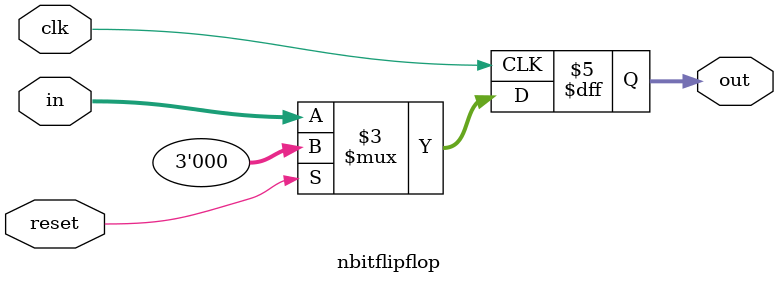
<source format=v>
`timescale 1ns / 1ps


module nbitflipflop #(parameter N=3)(input clk,input reset,input [N-1:0] in,output reg [N-1:0] out

    );
    always @(posedge clk) begin
     if (reset) begin
        out<=0;
     end
     else begin
       out<=in;
     end
   end
    
endmodule

</source>
